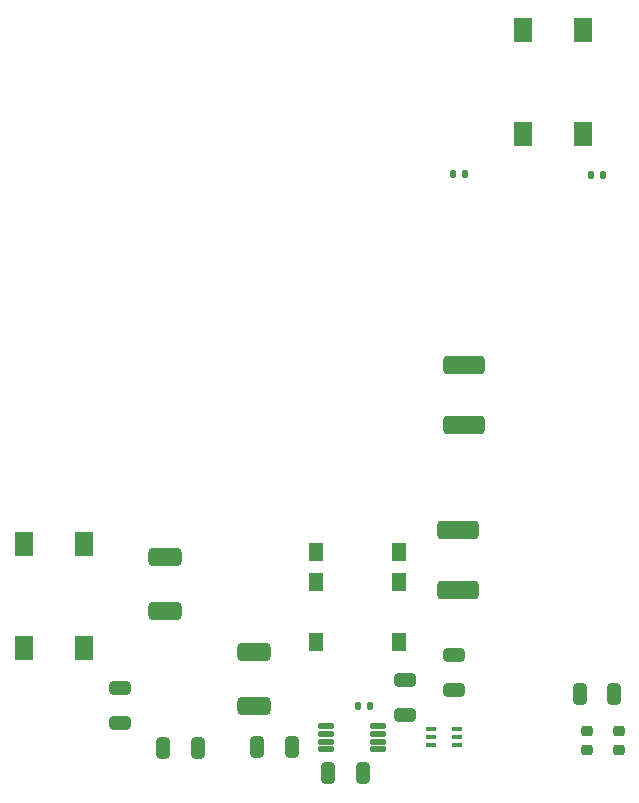
<source format=gtp>
G04 #@! TF.GenerationSoftware,KiCad,Pcbnew,7.0.6*
G04 #@! TF.CreationDate,2023-11-30T23:32:02-05:00*
G04 #@! TF.ProjectId,TeslaCoil,5465736c-6143-46f6-996c-2e6b69636164,rev?*
G04 #@! TF.SameCoordinates,Original*
G04 #@! TF.FileFunction,Paste,Top*
G04 #@! TF.FilePolarity,Positive*
%FSLAX46Y46*%
G04 Gerber Fmt 4.6, Leading zero omitted, Abs format (unit mm)*
G04 Created by KiCad (PCBNEW 7.0.6) date 2023-11-30 23:32:02*
%MOMM*%
%LPD*%
G01*
G04 APERTURE LIST*
G04 Aperture macros list*
%AMRoundRect*
0 Rectangle with rounded corners*
0 $1 Rounding radius*
0 $2 $3 $4 $5 $6 $7 $8 $9 X,Y pos of 4 corners*
0 Add a 4 corners polygon primitive as box body*
4,1,4,$2,$3,$4,$5,$6,$7,$8,$9,$2,$3,0*
0 Add four circle primitives for the rounded corners*
1,1,$1+$1,$2,$3*
1,1,$1+$1,$4,$5*
1,1,$1+$1,$6,$7*
1,1,$1+$1,$8,$9*
0 Add four rect primitives between the rounded corners*
20,1,$1+$1,$2,$3,$4,$5,0*
20,1,$1+$1,$4,$5,$6,$7,0*
20,1,$1+$1,$6,$7,$8,$9,0*
20,1,$1+$1,$8,$9,$2,$3,0*%
G04 Aperture macros list end*
%ADD10R,1.500000X2.000000*%
%ADD11RoundRect,0.250000X-0.325000X-0.650000X0.325000X-0.650000X0.325000X0.650000X-0.325000X0.650000X0*%
%ADD12RoundRect,0.363637X-1.386363X-0.436363X1.386363X-0.436363X1.386363X0.436363X-1.386363X0.436363X0*%
%ADD13RoundRect,0.250000X0.650000X-0.325000X0.650000X0.325000X-0.650000X0.325000X-0.650000X-0.325000X0*%
%ADD14RoundRect,0.135000X-0.135000X-0.185000X0.135000X-0.185000X0.135000X0.185000X-0.135000X0.185000X0*%
%ADD15RoundRect,0.312500X1.087500X0.437500X-1.087500X0.437500X-1.087500X-0.437500X1.087500X-0.437500X0*%
%ADD16R,0.850000X0.350000*%
%ADD17RoundRect,0.218750X0.256250X-0.218750X0.256250X0.218750X-0.256250X0.218750X-0.256250X-0.218750X0*%
%ADD18RoundRect,0.250000X-0.650000X0.325000X-0.650000X-0.325000X0.650000X-0.325000X0.650000X0.325000X0*%
%ADD19RoundRect,0.112500X-0.587500X0.112500X-0.587500X-0.112500X0.587500X-0.112500X0.587500X0.112500X0*%
%ADD20RoundRect,0.312500X-1.087500X-0.437500X1.087500X-0.437500X1.087500X0.437500X-1.087500X0.437500X0*%
%ADD21RoundRect,0.218750X-0.256250X0.218750X-0.256250X-0.218750X0.256250X-0.218750X0.256250X0.218750X0*%
%ADD22R,1.270000X1.520000*%
G04 APERTURE END LIST*
D10*
X127750000Y-65750000D03*
X132850000Y-65750000D03*
X132850000Y-57010000D03*
X127750000Y-57010000D03*
D11*
X105225000Y-117670000D03*
X108175000Y-117670000D03*
D12*
X122730000Y-85330000D03*
X122730000Y-90410000D03*
D11*
X111235000Y-119910000D03*
X114185000Y-119910000D03*
D13*
X117780000Y-114995000D03*
X117780000Y-112045000D03*
D14*
X113770000Y-114200000D03*
X114790000Y-114200000D03*
D15*
X104955000Y-114181000D03*
X104955000Y-109609000D03*
D16*
X119980000Y-116190000D03*
X119980000Y-116840000D03*
X119980000Y-117490000D03*
X122180000Y-117490000D03*
X122180000Y-116840000D03*
X122180000Y-116190000D03*
D11*
X97255000Y-117750000D03*
X100205000Y-117750000D03*
D14*
X133500000Y-69220000D03*
X134520000Y-69220000D03*
D17*
X135840000Y-117937500D03*
X135840000Y-116362500D03*
D18*
X93630000Y-112675000D03*
X93630000Y-115625000D03*
D19*
X115460000Y-117880000D03*
X115460000Y-117230000D03*
X115460000Y-116580000D03*
X115460000Y-115930000D03*
X111060000Y-115930000D03*
X111060000Y-116580000D03*
X111060000Y-117230000D03*
X111060000Y-117880000D03*
D20*
X97465000Y-101599000D03*
X97465000Y-106171000D03*
D12*
X122227500Y-99285000D03*
X122227500Y-104365000D03*
D14*
X121860000Y-69200000D03*
X122880000Y-69200000D03*
D21*
X133160000Y-116372500D03*
X133160000Y-117947500D03*
D10*
X85510000Y-109280000D03*
X90610000Y-109280000D03*
X90610000Y-100540000D03*
X85510000Y-100540000D03*
D11*
X132545000Y-113160000D03*
X135495000Y-113160000D03*
D13*
X121910000Y-112875000D03*
X121910000Y-109925000D03*
D22*
X117230000Y-108770000D03*
X117230000Y-103690000D03*
X117230000Y-101150000D03*
X110250000Y-101150000D03*
X110250000Y-103690000D03*
X110250000Y-108770000D03*
M02*

</source>
